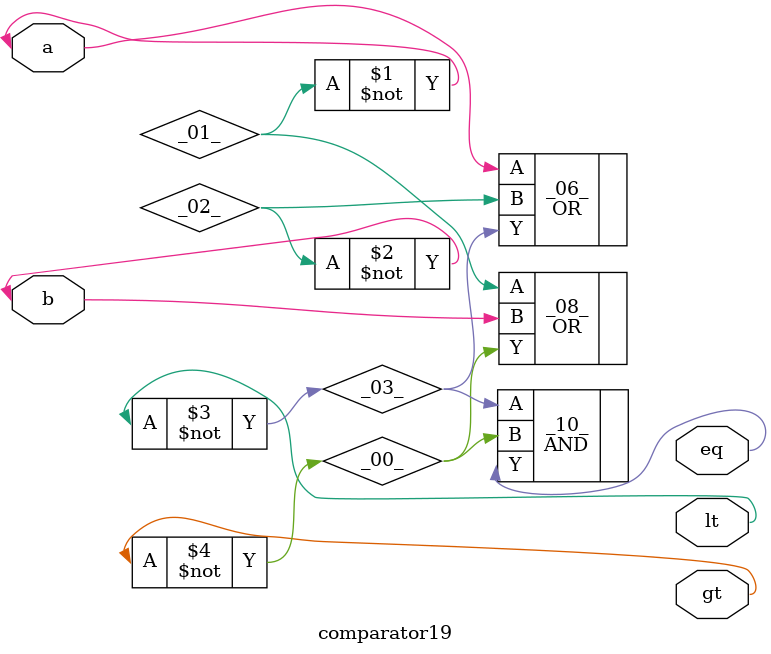
<source format=v>
/* Generated by Yosys 0.41+83 (git sha1 7045cf509, x86_64-w64-mingw32-g++ 13.2.1 -Os) */

/* cells_not_processed =  1  */
/* src = "comparator19.v:1.1-14.10" */
module comparator19(a, b, eq, gt, lt);
  wire _00_;
  wire _01_;
  wire _02_;
  wire _03_;
  /* src = "comparator19.v:1.28-1.29" */
  input a;
  wire a;
  /* src = "comparator19.v:1.37-1.38" */
  input b;
  wire b;
  /* src = "comparator19.v:1.47-1.49" */
  output eq;
  wire eq;
  /* src = "comparator19.v:1.58-1.60" */
  output gt;
  wire gt;
  /* src = "comparator19.v:1.69-1.71" */
  output lt;
  wire lt;
  not _04_ (
    .A(a),
    .Y(_01_)
  );
  not _05_ (
    .A(b),
    .Y(_02_)
  );
  OR _06_ (
    .A(a),
    .B(_02_),
    .Y(_03_)
  );
  not _07_ (
    .A(_03_),
    .Y(lt)
  );
  OR _08_ (
    .A(_01_),
    .B(b),
    .Y(_00_)
  );
  not _09_ (
    .A(_00_),
    .Y(gt)
  );
  AND _10_ (
    .A(_03_),
    .B(_00_),
    .Y(eq)
  );
endmodule

</source>
